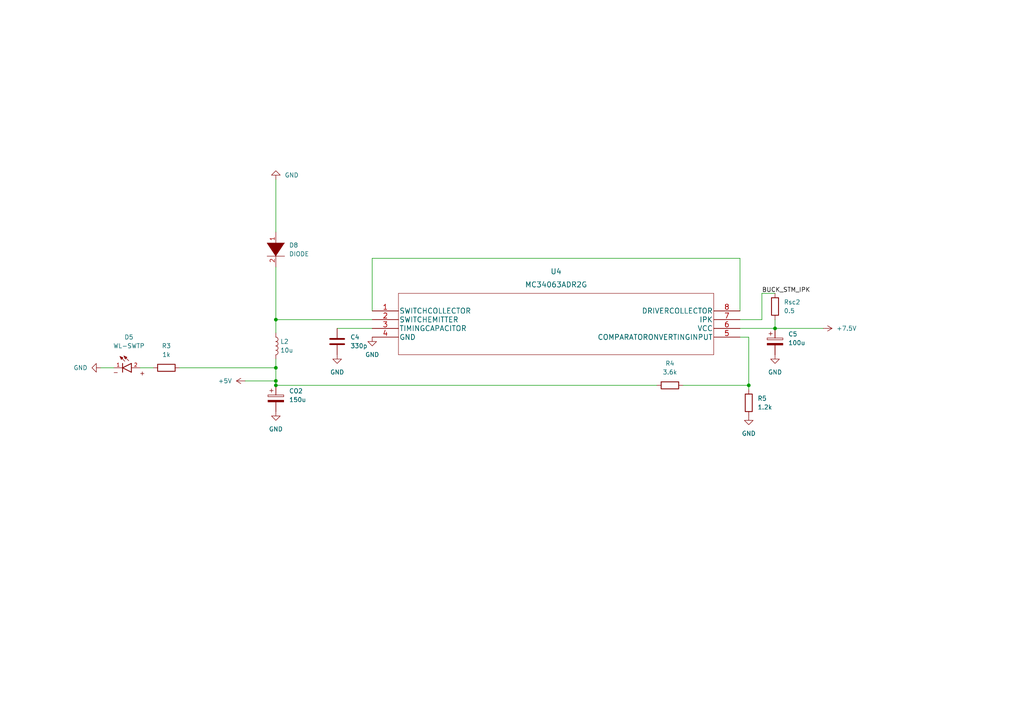
<source format=kicad_sch>
(kicad_sch (version 20211123) (generator eeschema)
  (paper "A4")
  (lib_symbols
    (symbol "Buck_robobeer:MC34063ADR2G" (pin_names (offset 0.254))
      (property "Reference" "U" (at 53.34 10.16 0))
      (property "Value" "MC34063ADR2G" (at 53.34 7.62 0))
      (symbol "MC34063ADR2G_1_1"
        (polyline (pts (xy 7.62 -12.7) (xy 99.06 -12.7)) (stroke (width 0.127)))
        (polyline (pts (xy 7.62 5.08) (xy 7.62 -12.7)) (stroke (width 0.127)))
        (polyline (pts (xy 99.06 -12.7) (xy 99.06 5.08)) (stroke (width 0.127)))
        (polyline (pts (xy 99.06 5.08) (xy 7.62 5.08)) (stroke (width 0.127)))
        (pin unspecified line (at 0 0 0) (length 7.62) (name "SWITCHCOLLECTOR") (number "1"))
        (pin unspecified line (at 0 -2.54 0) (length 7.62) (name "SWITCHEMITTER") (number "2"))
        (pin unspecified line (at 0 -5.08 0) (length 7.62) (name "TIMINGCAPACITOR") (number "3"))
        (pin power_in line (at 0 -7.62 0) (length 7.62) (name "GND") (number "4"))
        (pin unspecified line (at 106.68 -7.62 180) (length 7.62) (name "COMPARATORONVERTINGINPUT") (number "5"))
        (pin power_in line (at 106.68 -5.08 180) (length 7.62) (name "VCC") (number "6"))
        (pin unspecified line (at 106.68 -2.54 180) (length 7.62) (name "IPK") (number "7"))
        (pin unspecified line (at 106.68 0 180) (length 7.62) (name "DRIVERCOLLECTOR") (number "8"))
      )
    )
    (symbol "Device:C" (pin_numbers hide) (pin_names (offset 0.254))
      (property "Reference" "C" (at 0.635 2.54 0))
      (property "Value" "C" (at 0.635 -2.54 0))
      (symbol "C_0_1"
        (polyline (pts (xy -2.032 -0.762) (xy 2.032 -0.762)) (stroke (width 0.508)))
        (polyline (pts (xy -2.032 0.762) (xy 2.032 0.762)) (stroke (width 0.508)))
      )
      (symbol "C_1_1"
        (pin passive line (at 0 3.81 270) (length 2.794) (name "~") (number "1"))
        (pin passive line (at 0 -3.81 90) (length 2.794) (name "~") (number "2"))
      )
    )
    (symbol "Device:C_Polarized" (pin_numbers hide) (pin_names (offset 0.254))
      (property "Reference" "C" (at 0.635 2.54 0))
      (property "Value" "C_Polarized" (at 0.635 -2.54 0))
      (symbol "C_Polarized_0_1"
        (rectangle (start -2.286 0.508) (end 2.286 1.016))
        (polyline (pts (xy -1.778 2.286) (xy -0.762 2.286)))
        (polyline (pts (xy -1.27 2.794) (xy -1.27 1.778)))
        (rectangle (start 2.286 -0.508) (end -2.286 -1.016) (fill (type outline)))
      )
      (symbol "C_Polarized_1_1"
        (pin passive line (at 0 3.81 270) (length 2.794) (name "~") (number "1"))
        (pin passive line (at 0 -3.81 90) (length 2.794) (name "~") (number "2"))
      )
    )
    (symbol "Device:L" (pin_numbers hide) (pin_names (offset 1.016) hide)
      (property "Reference" "L" (at -1.27 0 90))
      (property "Value" "L" (at 1.905 0 90))
      (symbol "L_0_1"
        (arc (start 0 -2.54) (mid 0.635 -1.905) (end 0 -1.27))
        (arc (start 0 -1.27) (mid 0.635 -0.635) (end 0 0))
        (arc (start 0 0) (mid 0.635 0.635) (end 0 1.27))
        (arc (start 0 1.27) (mid 0.635 1.905) (end 0 2.54))
      )
      (symbol "L_1_1"
        (pin passive line (at 0 3.81 270) (length 1.27) (name "1") (number "1"))
        (pin passive line (at 0 -3.81 90) (length 1.27) (name "2") (number "2"))
      )
    )
    (symbol "Device:R" (pin_numbers hide) (pin_names (offset 0))
      (property "Reference" "R" (at 2.032 0 90))
      (property "Value" "R" (at 0 0 90))
      (symbol "R_0_1"
        (rectangle (start -1.016 -2.54) (end 1.016 2.54) (stroke (width 0.254)))
      )
      (symbol "R_1_1"
        (pin passive line (at 0 3.81 270) (length 1.27) (name "~") (number "1"))
        (pin passive line (at 0 -3.81 90) (length 1.27) (name "~") (number "2"))
      )
    )
    (symbol "WL-SWTP:WL-SWTP" (pin_names (offset 1.016))
      (property "Reference" "D" (at -0.635 4.445 0))
      (property "Value" "WL-SWTP" (at -0.635 -4.445 0))
      (symbol "WL-SWTP_0_0"
        (polyline (pts (xy 0 -1.27) (xy 0 0)) (stroke (width 0.254)))
        (polyline (pts (xy 0 0) (xy 0 1.27)) (stroke (width 0.254)))
        (polyline (pts (xy 0 0) (xy 2.54 1.27)) (stroke (width 0.254)))
        (polyline (pts (xy 0.635 1.905) (xy -0.762 3.302)) (stroke (width 0.1524)))
        (polyline (pts (xy 1.778 2.032) (xy 0.381 3.429)) (stroke (width 0.1524)))
        (polyline (pts (xy 2.54 -1.27) (xy 0 0)) (stroke (width 0.254)))
        (polyline (pts (xy 2.54 -1.27) (xy 2.54 1.27)) (stroke (width 0.254)))
        (polyline (pts (xy -0.381 2.413) (xy -0.762 3.302) (xy 0.127 2.921) (xy -0.381 2.413)) (stroke (width 0.1524)) (fill (type outline)))
        (polyline (pts (xy 0.762 2.54) (xy 0.381 3.429) (xy 1.27 3.048) (xy 0.762 2.54)) (stroke (width 0.1524)) (fill (type outline)))
        (text "+" (at 4.82 -2.3 0) (effects (font (size 1.27 1.27)) (justify left bottom)))
        (text "-" (at -2.88 -2.04 0) (effects (font (size 1.27 1.27)) (justify left bottom)))
        (pin bidirectional line (at -2.54 0 0) (length 2.54) (name "~") (number "1"))
        (pin bidirectional line (at 5.08 0 180) (length 2.54) (name "~") (number "2"))
      )
    )
    (symbol "power:+5V" (power) (pin_names (offset 0))
      (property "Value" "+5V" (at 0 3.556 0))
      (symbol "+5V_0_1"
        (polyline (pts (xy -0.762 1.27) (xy 0 2.54)))
        (polyline (pts (xy 0 0) (xy 0 2.54)))
        (polyline (pts (xy 0 2.54) (xy 0.762 1.27)))
      )
      (symbol "+5V_1_1"
        (pin power_in line (at 0 0 90) (length 0) hide (name "+5V") (number "1"))
      )
    )
    (symbol "power:+7.5V" (power) (pin_names (offset 0))
      (property "Value" "+7.5V" (at 0 3.556 0))
      (symbol "+7.5V_0_1"
        (polyline (pts (xy -0.762 1.27) (xy 0 2.54)))
        (polyline (pts (xy 0 0) (xy 0 2.54)))
        (polyline (pts (xy 0 2.54) (xy 0.762 1.27)))
      )
      (symbol "+7.5V_1_1"
        (pin power_in line (at 0 0 90) (length 0) hide (name "+7.5V") (number "1"))
      )
    )
    (symbol "power:GND" (power) (pin_names (offset 0))
      (property "Value" "GND" (at 0 -3.81 0))
      (symbol "GND_0_1"
        (polyline (pts (xy 0 0) (xy 0 -1.27) (xy 1.27 -1.27) (xy 0 -2.54) (xy -1.27 -1.27) (xy 0 -1.27)))
      )
      (symbol "GND_1_1"
        (pin power_in line (at 0 0 270) (length 0) hide (name "GND") (number "1"))
      )
    )
    (symbol "pspice:DIODE" (pin_names (offset 1.016) hide)
      (property "Reference" "D" (at 0 3.81 0))
      (property "Value" "DIODE" (at 0 -4.445 0))
      (symbol "DIODE_0_1"
        (polyline (pts (xy 1.905 2.54) (xy 1.905 -2.54)))
        (polyline (pts (xy -1.905 2.54) (xy -1.905 -2.54) (xy 1.905 0)) (fill (type outline)))
      )
      (symbol "DIODE_1_1"
        (pin input line (at -5.08 0 0) (length 3.81) (name "K") (number "1"))
        (pin input line (at 5.08 0 180) (length 3.81) (name "A") (number "2"))
      )
    )
  )
  (junction (at 80.01 111.76))
  (junction (at 224.79 95.25))
  (junction (at 80.01 92.71))
  (junction (at 217.17 111.76))
  (junction (at 80.01 106.68))
  (junction (at 80.01 110.49))
  (wire (pts (xy 217.17 97.79) (xy 217.17 111.76)))
  (wire (pts (xy 80.01 77.47) (xy 80.01 92.71)))
  (wire (pts (xy 97.79 95.25) (xy 107.95 95.25)))
  (wire (pts (xy 80.01 92.71) (xy 107.95 92.71)))
  (wire (pts (xy 80.01 110.49) (xy 80.01 111.76)))
  (wire (pts (xy 71.12 110.49) (xy 80.01 110.49)))
  (wire (pts (xy 214.63 74.93) (xy 214.63 90.17)))
  (wire (pts (xy 80.01 104.14) (xy 80.01 106.68)))
  (wire (pts (xy 80.01 92.71) (xy 80.01 96.52)))
  (wire (pts (xy 80.01 106.68) (xy 80.01 110.49)))
  (wire (pts (xy 29.21 106.68) (xy 33.02 106.68)))
  (wire (pts (xy 80.01 52.07) (xy 80.01 67.31)))
  (wire (pts (xy 40.64 106.68) (xy 44.45 106.68)))
  (wire (pts (xy 214.63 95.25) (xy 224.79 95.25)))
  (wire (pts (xy 107.95 90.17) (xy 107.95 74.93)))
  (wire (pts (xy 224.79 92.71) (xy 224.79 95.25)))
  (wire (pts (xy 80.01 111.76) (xy 190.5 111.76)))
  (wire (pts (xy 217.17 113.03) (xy 217.17 111.76)))
  (wire (pts (xy 107.95 74.93) (xy 214.63 74.93)))
  (wire (pts (xy 214.63 97.79) (xy 217.17 97.79)))
  (wire (pts (xy 220.98 85.09) (xy 224.79 85.09)))
  (wire (pts (xy 224.79 95.25) (xy 238.76 95.25)))
  (wire (pts (xy 220.98 92.71) (xy 214.63 92.71)))
  (wire (pts (xy 220.98 85.09) (xy 220.98 92.71)))
  (wire (pts (xy 52.07 106.68) (xy 80.01 106.68)))
  (wire (pts (xy 198.12 111.76) (xy 217.17 111.76)))
  (label "BUCK_STM_IPK" (at 220.98 85.09 0))
  (symbol (lib_id "Device:C_Polarized") (at 80.01 115.57 0) (unit 1)
    (property "Reference" "CO2" (at 83.82 113.4109 0) (effects (justify left)))
    (property "Value" "150u" (at 83.82 115.9509 0) (effects (justify left)))
    (property "Footprint" "Capacitor_SMD:CP_Elec_8x10.5" (effects hide))
  )
  (symbol (lib_id "power:GND") (at 107.95 97.79 0) (unit 1)
    (property "Reference" "#PWR0112" (effects hide))
    (property "Value" "GND" (at 107.95 102.87 0))
  )
  (symbol (lib_id "power:GND") (at 224.79 102.87 0) (unit 1)
    (property "Reference" "#PWR0110" (effects hide))
    (property "Value" "GND" (at 224.79 107.95 0))
  )
  (symbol (lib_id "power:GND") (at 80.01 119.38 0) (unit 1)
    (property "Reference" "#PWR0111" (effects hide))
    (property "Value" "GND" (at 80.01 124.46 0))
  )
  (symbol (lib_id "Buck_robobeer:MC34063ADR2G") (at 107.95 90.17 0) (unit 1)
    (property "Reference" "U4" (at 161.29 78.74 0) (effects (font (size 1.524 1.524))))
    (property "Value" "MC34063ADR2G" (at 161.29 82.55 0) (effects (font (size 1.524 1.524))))
    (property "Footprint" "MC34063ADR2G:SOIC127P599X175-8N" (effects hide))
  )
  (symbol (lib_id "power:GND") (at 217.17 120.65 0) (unit 1)
    (property "Reference" "#PWR0117" (effects hide))
    (property "Value" "GND" (at 217.17 125.73 0))
  )
  (symbol (lib_id "Device:C_Polarized") (at 224.79 99.06 0) (unit 1)
    (property "Reference" "C5" (at 228.6 96.9009 0) (effects (justify left)))
    (property "Value" "100u" (at 228.6 99.4409 0) (effects (justify left)))
    (property "Footprint" "Capacitor_SMD:CP_Elec_6.3x7.7" (effects hide))
  )
  (symbol (lib_id "power:GND") (at 97.79 102.87 0) (unit 1)
    (property "Reference" "#PWR0113" (effects hide))
    (property "Value" "GND" (at 97.79 107.95 0))
  )
  (symbol (lib_id "Device:C") (at 97.79 99.06 0) (unit 1)
    (property "Reference" "C4" (at 101.6 97.7899 0) (effects (justify left)))
    (property "Value" "330p" (at 101.6 100.3299 0) (effects (justify left)))
    (property "Footprint" "Capacitor_SMD:C_0603_1608Metric_Pad1.08x0.95mm_HandSolder" (effects hide))
  )
  (symbol (lib_id "power:+7.5V") (at 238.76 95.25 270) (unit 1)
    (property "Reference" "#PWR0114" (effects hide))
    (property "Value" "+7.5V" (at 242.57 95.2499 90) (effects (justify left)))
  )
  (symbol (lib_id "power:+5V") (at 71.12 110.49 90) (unit 1)
    (property "Reference" "#PWR0116" (effects hide))
    (property "Value" "+5V" (at 67.31 110.4899 90) (effects (justify left)))
  )
  (symbol (lib_id "Device:R") (at 194.31 111.76 90) (unit 1)
    (property "Reference" "R4" (at 194.31 105.41 90))
    (property "Value" "3.6k" (at 194.31 107.95 90))
    (property "Footprint" "Resistor_SMD:R_0603_1608Metric_Pad0.98x0.95mm_HandSolder" (effects hide))
  )
  (symbol (lib_id "Device:L") (at 80.01 100.33 0) (unit 1)
    (property "Reference" "L2" (at 81.28 99.0599 0) (effects (justify left)))
    (property "Value" "10u" (at 81.28 101.5999 0) (effects (justify left)))
    (property "Footprint" "Inductor_SMD:L_12x12mm_H8mm" (effects hide))
  )
  (symbol (lib_id "power:GND") (at 80.01 52.07 180) (unit 1)
    (property "Reference" "#PWR0109" (effects hide))
    (property "Value" "GND" (at 82.55 50.7999 0) (effects (justify right)))
  )
  (symbol (lib_id "power:GND") (at 29.21 106.68 270) (unit 1)
    (property "Reference" "#PWR0115" (effects hide))
    (property "Value" "GND" (at 25.4 106.6799 90) (effects (justify right)))
  )
  (symbol (lib_id "WL-SWTP:WL-SWTP") (at 35.56 106.68 0) (unit 1)
    (property "Reference" "D5" (at 37.3956 97.79 0))
    (property "Value" "WL-SWTP" (at 37.3956 100.33 0))
    (property "Footprint" "WL-SWTP:WL-SWTP_3014" (effects hide))
  )
  (symbol (lib_id "Device:R") (at 217.17 116.84 0) (unit 1)
    (property "Reference" "R5" (at 219.71 115.5699 0) (effects (justify left)))
    (property "Value" "1.2k" (at 219.71 118.1099 0) (effects (justify left)))
    (property "Footprint" "Resistor_SMD:R_0603_1608Metric_Pad0.98x0.95mm_HandSolder" (effects hide))
  )
  (symbol (lib_id "Device:R") (at 224.79 88.9 0) (unit 1)
    (property "Reference" "Rsc2" (at 227.33 87.6299 0) (effects (justify left)))
    (property "Value" "0.5" (at 227.33 90.1699 0) (effects (justify left)))
    (property "Footprint" "Resistor_SMD:R_2512_6332Metric_Pad1.40x3.35mm_HandSolder" (effects hide))
  )
  (symbol (lib_id "Device:R") (at 48.26 106.68 90) (unit 1)
    (property "Reference" "R3" (at 48.26 100.33 90))
    (property "Value" "1k" (at 48.26 102.87 90))
    (property "Footprint" "Resistor_SMD:R_0603_1608Metric_Pad0.98x0.95mm_HandSolder" (effects hide))
  )
  (symbol (lib_id "pspice:DIODE") (at 80.01 72.39 270) (unit 1)
    (property "Reference" "D8" (at 83.82 71.1199 90) (effects (justify left)))
    (property "Value" "DIODE" (at 83.82 73.6599 90) (effects (justify left)))
    (property "Footprint" "SHOTTKY:STPS0520Z_SHOTTKY" (effects hide))
  )
)
</source>
